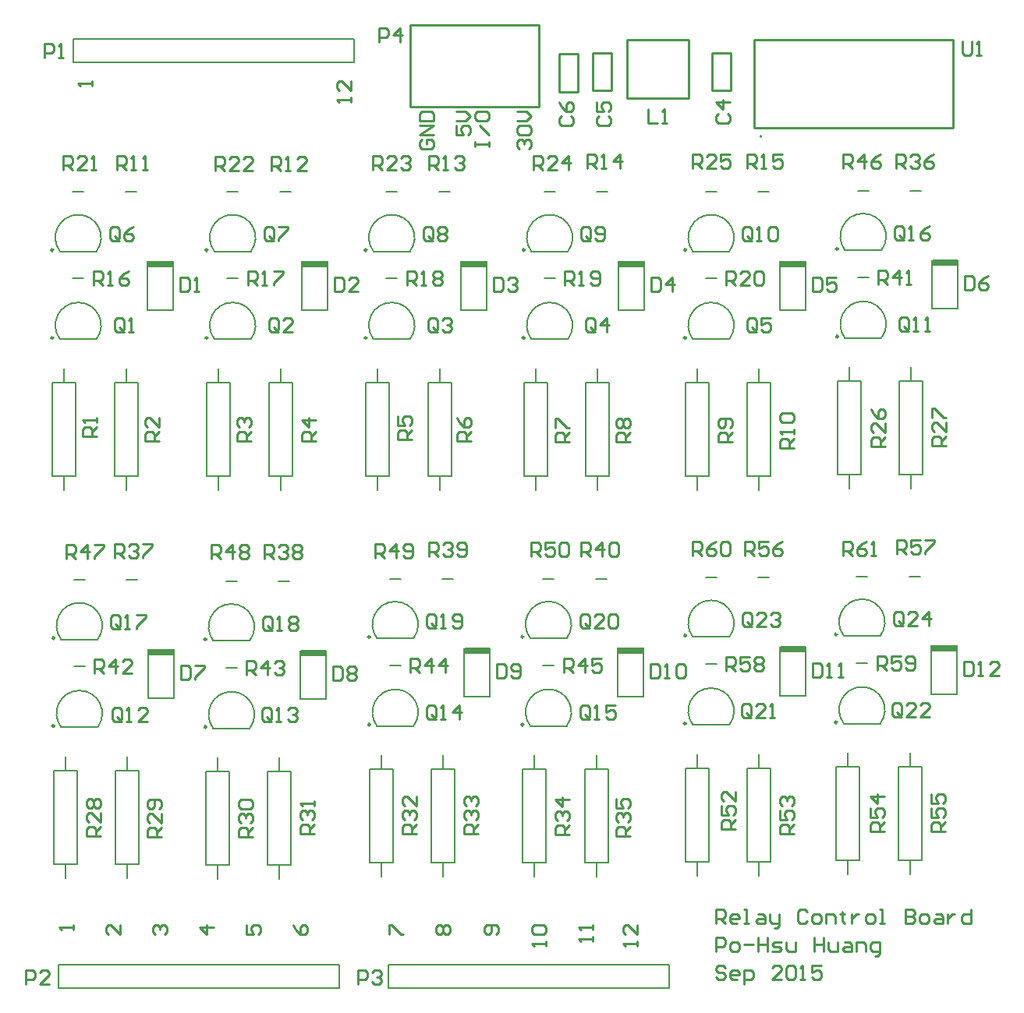
<source format=gto>
G04 Layer_Color=65535*
%FSLAX25Y25*%
%MOIN*%
G70*
G01*
G75*
%ADD13C,0.01000*%
%ADD28C,0.00787*%
%ADD29C,0.00984*%
%ADD30R,0.11024X0.03150*%
D13*
X197000Y-36500D02*
X252000D01*
X197000D02*
Y-1500D01*
X252000D01*
Y-36500D02*
Y-1500D01*
X344000Y-45500D02*
Y-8000D01*
X429000D01*
Y-45500D02*
Y-8000D01*
X344000Y-45500D02*
X429000D01*
X346500Y-49000D02*
X346600Y-49200D01*
X316000Y-33000D02*
Y-8000D01*
X289500Y-33000D02*
X316000D01*
X289500Y-8000D02*
X316000D01*
X289500Y-33000D02*
Y-8000D01*
X224502Y-53500D02*
Y-51501D01*
Y-52501D01*
X230500D01*
Y-53500D01*
Y-51501D01*
Y-48502D02*
X226501Y-44503D01*
X224502Y-39505D02*
Y-41504D01*
X225502Y-42504D01*
X229500D01*
X230500Y-41504D01*
Y-39505D01*
X229500Y-38505D01*
X225502D01*
X224502Y-39505D01*
X147002Y-386505D02*
X148002Y-388505D01*
X150001Y-390504D01*
X152000D01*
X153000Y-389504D01*
Y-387505D01*
X152000Y-386505D01*
X151001D01*
X150001Y-387505D01*
Y-390504D01*
X233500Y-390500D02*
X234500Y-389500D01*
Y-387501D01*
X233500Y-386501D01*
X229502D01*
X228502Y-387501D01*
Y-389500D01*
X229502Y-390500D01*
X230501D01*
X231501Y-389500D01*
Y-386501D01*
X255000Y-395500D02*
Y-393501D01*
Y-394500D01*
X249002D01*
X250002Y-395500D01*
Y-390502D02*
X249002Y-389502D01*
Y-387503D01*
X250002Y-386503D01*
X254000D01*
X255000Y-387503D01*
Y-389502D01*
X254000Y-390502D01*
X250002D01*
X327500Y-386007D02*
Y-380009D01*
X330499D01*
X331499Y-381009D01*
Y-383008D01*
X330499Y-384008D01*
X327500D01*
X329499D02*
X331499Y-386007D01*
X336497D02*
X334498D01*
X333498Y-385007D01*
Y-383008D01*
X334498Y-382008D01*
X336497D01*
X337497Y-383008D01*
Y-384008D01*
X333498D01*
X339496Y-386007D02*
X341495D01*
X340496D01*
Y-380009D01*
X339496D01*
X345494Y-382008D02*
X347494D01*
X348493Y-383008D01*
Y-386007D01*
X345494D01*
X344495Y-385007D01*
X345494Y-384008D01*
X348493D01*
X350493Y-382008D02*
Y-385007D01*
X351492Y-386007D01*
X354491D01*
Y-387007D01*
X353492Y-388006D01*
X352492D01*
X354491Y-386007D02*
Y-382008D01*
X366487Y-381009D02*
X365488Y-380009D01*
X363488D01*
X362489Y-381009D01*
Y-385007D01*
X363488Y-386007D01*
X365488D01*
X366487Y-385007D01*
X369486Y-386007D02*
X371486D01*
X372485Y-385007D01*
Y-383008D01*
X371486Y-382008D01*
X369486D01*
X368487Y-383008D01*
Y-385007D01*
X369486Y-386007D01*
X374485D02*
Y-382008D01*
X377484D01*
X378484Y-383008D01*
Y-386007D01*
X381483Y-381009D02*
Y-382008D01*
X380483D01*
X382482D01*
X381483D01*
Y-385007D01*
X382482Y-386007D01*
X385481Y-382008D02*
Y-386007D01*
Y-384008D01*
X386481Y-383008D01*
X387481Y-382008D01*
X388480D01*
X392479Y-386007D02*
X394478D01*
X395478Y-385007D01*
Y-383008D01*
X394478Y-382008D01*
X392479D01*
X391479Y-383008D01*
Y-385007D01*
X392479Y-386007D01*
X397477D02*
X399477D01*
X398477D01*
Y-380009D01*
X397477D01*
X408474D02*
Y-386007D01*
X411473D01*
X412472Y-385007D01*
Y-384008D01*
X411473Y-383008D01*
X408474D01*
X411473D01*
X412472Y-382008D01*
Y-381009D01*
X411473Y-380009D01*
X408474D01*
X415472Y-386007D02*
X417471D01*
X418471Y-385007D01*
Y-383008D01*
X417471Y-382008D01*
X415472D01*
X414472Y-383008D01*
Y-385007D01*
X415472Y-386007D01*
X421470Y-382008D02*
X423469D01*
X424469Y-383008D01*
Y-386007D01*
X421470D01*
X420470Y-385007D01*
X421470Y-384008D01*
X424469D01*
X426468Y-382008D02*
Y-386007D01*
Y-384008D01*
X427468Y-383008D01*
X428467Y-382008D01*
X429467D01*
X436465Y-380009D02*
Y-386007D01*
X433466D01*
X432466Y-385007D01*
Y-383008D01*
X433466Y-382008D01*
X436465D01*
X327500Y-398004D02*
Y-392006D01*
X330499D01*
X331499Y-393005D01*
Y-395005D01*
X330499Y-396004D01*
X327500D01*
X334498Y-398004D02*
X336497D01*
X337497Y-397004D01*
Y-395005D01*
X336497Y-394005D01*
X334498D01*
X333498Y-395005D01*
Y-397004D01*
X334498Y-398004D01*
X339496Y-395005D02*
X343495D01*
X345494Y-392006D02*
Y-398004D01*
Y-395005D01*
X349493D01*
Y-392006D01*
Y-398004D01*
X351492D02*
X354491D01*
X355491Y-397004D01*
X354491Y-396004D01*
X352492D01*
X351492Y-395005D01*
X352492Y-394005D01*
X355491D01*
X357490D02*
Y-397004D01*
X358490Y-398004D01*
X361489D01*
Y-394005D01*
X369486Y-392006D02*
Y-398004D01*
Y-395005D01*
X373485D01*
Y-392006D01*
Y-398004D01*
X375484Y-394005D02*
Y-397004D01*
X376484Y-398004D01*
X379483D01*
Y-394005D01*
X382482D02*
X384482D01*
X385481Y-395005D01*
Y-398004D01*
X382482D01*
X381483Y-397004D01*
X382482Y-396004D01*
X385481D01*
X387481Y-398004D02*
Y-394005D01*
X390480D01*
X391479Y-395005D01*
Y-398004D01*
X395478Y-400003D02*
X396478D01*
X397477Y-399003D01*
Y-394005D01*
X394478D01*
X393479Y-395005D01*
Y-397004D01*
X394478Y-398004D01*
X397477D01*
X331499Y-405002D02*
X330499Y-404003D01*
X328500D01*
X327500Y-405002D01*
Y-406002D01*
X328500Y-407002D01*
X330499D01*
X331499Y-408001D01*
Y-409001D01*
X330499Y-410001D01*
X328500D01*
X327500Y-409001D01*
X336497Y-410001D02*
X334498D01*
X333498Y-409001D01*
Y-407002D01*
X334498Y-406002D01*
X336497D01*
X337497Y-407002D01*
Y-408001D01*
X333498D01*
X339496Y-412000D02*
Y-406002D01*
X342495D01*
X343495Y-407002D01*
Y-409001D01*
X342495Y-410001D01*
X339496D01*
X355491D02*
X351492D01*
X355491Y-406002D01*
Y-405002D01*
X354491Y-404003D01*
X352492D01*
X351492Y-405002D01*
X357490D02*
X358490Y-404003D01*
X360489D01*
X361489Y-405002D01*
Y-409001D01*
X360489Y-410001D01*
X358490D01*
X357490Y-409001D01*
Y-405002D01*
X363488Y-410001D02*
X365488D01*
X364488D01*
Y-404003D01*
X363488Y-405002D01*
X372485Y-404003D02*
X368487D01*
Y-407002D01*
X370486Y-406002D01*
X371486D01*
X372485Y-407002D01*
Y-409001D01*
X371486Y-410001D01*
X369486D01*
X368487Y-409001D01*
X183500Y-9000D02*
Y-3002D01*
X186499D01*
X187499Y-4002D01*
Y-6001D01*
X186499Y-7001D01*
X183500D01*
X192497Y-9000D02*
Y-3002D01*
X189498Y-6001D01*
X193497D01*
X433000Y-8502D02*
Y-13500D01*
X434000Y-14500D01*
X435999D01*
X436999Y-13500D01*
Y-8502D01*
X438998Y-14500D02*
X440997D01*
X439998D01*
Y-8502D01*
X438998Y-9502D01*
X298500Y-37502D02*
Y-43500D01*
X302499D01*
X304498D02*
X306497D01*
X305498D01*
Y-37502D01*
X304498Y-38502D01*
X261502Y-40501D02*
X260502Y-41501D01*
Y-43500D01*
X261502Y-44500D01*
X265500D01*
X266500Y-43500D01*
Y-41501D01*
X265500Y-40501D01*
X260502Y-34503D02*
X261502Y-36503D01*
X263501Y-38502D01*
X265500D01*
X266500Y-37502D01*
Y-35503D01*
X265500Y-34503D01*
X264501D01*
X263501Y-35503D01*
Y-38502D01*
X277502Y-40501D02*
X276502Y-41501D01*
Y-43500D01*
X277502Y-44500D01*
X281500D01*
X282500Y-43500D01*
Y-41501D01*
X281500Y-40501D01*
X276502Y-34503D02*
Y-38502D01*
X279501D01*
X278501Y-36503D01*
Y-35503D01*
X279501Y-34503D01*
X281500D01*
X282500Y-35503D01*
Y-37502D01*
X281500Y-38502D01*
X328502Y-39501D02*
X327502Y-40501D01*
Y-42500D01*
X328502Y-43500D01*
X332500D01*
X333500Y-42500D01*
Y-40501D01*
X332500Y-39501D01*
X333500Y-34503D02*
X327502D01*
X330501Y-37502D01*
Y-33503D01*
X341000Y-63000D02*
Y-57002D01*
X343999D01*
X344999Y-58002D01*
Y-60001D01*
X343999Y-61001D01*
X341000D01*
X342999D02*
X344999Y-63000D01*
X346998D02*
X348997D01*
X347998D01*
Y-57002D01*
X346998Y-58002D01*
X355995Y-57002D02*
X351996D01*
Y-60001D01*
X353996Y-59001D01*
X354995D01*
X355995Y-60001D01*
Y-62000D01*
X354995Y-63000D01*
X352996D01*
X351996Y-62000D01*
X317500Y-63000D02*
Y-57002D01*
X320499D01*
X321499Y-58002D01*
Y-60001D01*
X320499Y-61001D01*
X317500D01*
X319499D02*
X321499Y-63000D01*
X327497D02*
X323498D01*
X327497Y-59001D01*
Y-58002D01*
X326497Y-57002D01*
X324498D01*
X323498Y-58002D01*
X333495Y-57002D02*
X329496D01*
Y-60001D01*
X331495Y-59001D01*
X332495D01*
X333495Y-60001D01*
Y-62000D01*
X332495Y-63000D01*
X330496D01*
X329496Y-62000D01*
X332000Y-113000D02*
Y-107002D01*
X334999D01*
X335999Y-108002D01*
Y-110001D01*
X334999Y-111001D01*
X332000D01*
X333999D02*
X335999Y-113000D01*
X341997D02*
X337998D01*
X341997Y-109001D01*
Y-108002D01*
X340997Y-107002D01*
X338998D01*
X337998Y-108002D01*
X343996D02*
X344996Y-107002D01*
X346995D01*
X347995Y-108002D01*
Y-112000D01*
X346995Y-113000D01*
X344996D01*
X343996Y-112000D01*
Y-108002D01*
X369000Y-109502D02*
Y-115500D01*
X371999D01*
X372999Y-114500D01*
Y-110502D01*
X371999Y-109502D01*
X369000D01*
X378997D02*
X374998D01*
Y-112501D01*
X376997Y-111501D01*
X377997D01*
X378997Y-112501D01*
Y-114500D01*
X377997Y-115500D01*
X375998D01*
X374998Y-114500D01*
X361000Y-182500D02*
X355002D01*
Y-179501D01*
X356002Y-178501D01*
X358001D01*
X359001Y-179501D01*
Y-182500D01*
Y-180501D02*
X361000Y-178501D01*
Y-176502D02*
Y-174503D01*
Y-175502D01*
X355002D01*
X356002Y-176502D01*
Y-171504D02*
X355002Y-170504D01*
Y-168505D01*
X356002Y-167505D01*
X360000D01*
X361000Y-168505D01*
Y-170504D01*
X360000Y-171504D01*
X356002D01*
X334500Y-180000D02*
X328502D01*
Y-177001D01*
X329502Y-176001D01*
X331501D01*
X332501Y-177001D01*
Y-180000D01*
Y-178001D02*
X334500Y-176001D01*
X333500Y-174002D02*
X334500Y-173002D01*
Y-171003D01*
X333500Y-170003D01*
X329502D01*
X328502Y-171003D01*
Y-173002D01*
X329502Y-174002D01*
X330501D01*
X331501Y-173002D01*
Y-170003D01*
X342999Y-93000D02*
Y-89002D01*
X341999Y-88002D01*
X340000D01*
X339000Y-89002D01*
Y-93000D01*
X340000Y-94000D01*
X341999D01*
X340999Y-92001D02*
X342999Y-94000D01*
X341999D02*
X342999Y-93000D01*
X344998Y-94000D02*
X346997D01*
X345998D01*
Y-88002D01*
X344998Y-89002D01*
X349996D02*
X350996Y-88002D01*
X352995D01*
X353995Y-89002D01*
Y-93000D01*
X352995Y-94000D01*
X350996D01*
X349996Y-93000D01*
Y-89002D01*
X344999Y-132044D02*
Y-128045D01*
X343999Y-127045D01*
X342000D01*
X341000Y-128045D01*
Y-132044D01*
X342000Y-133043D01*
X343999D01*
X342999Y-131044D02*
X344999Y-133043D01*
X343999D02*
X344999Y-132044D01*
X350997Y-127045D02*
X346998D01*
Y-130044D01*
X348997Y-129045D01*
X349997D01*
X350997Y-130044D01*
Y-132044D01*
X349997Y-133043D01*
X347998D01*
X346998Y-132044D01*
X205000Y-63500D02*
Y-57502D01*
X207999D01*
X208999Y-58502D01*
Y-60501D01*
X207999Y-61501D01*
X205000D01*
X206999D02*
X208999Y-63500D01*
X210998D02*
X212997D01*
X211998D01*
Y-57502D01*
X210998Y-58502D01*
X215996D02*
X216996Y-57502D01*
X218995D01*
X219995Y-58502D01*
Y-59501D01*
X218995Y-60501D01*
X217996D01*
X218995D01*
X219995Y-61501D01*
Y-62500D01*
X218995Y-63500D01*
X216996D01*
X215996Y-62500D01*
X181000Y-63500D02*
Y-57502D01*
X183999D01*
X184999Y-58502D01*
Y-60501D01*
X183999Y-61501D01*
X181000D01*
X182999D02*
X184999Y-63500D01*
X190997D02*
X186998D01*
X190997Y-59501D01*
Y-58502D01*
X189997Y-57502D01*
X187998D01*
X186998Y-58502D01*
X192996D02*
X193996Y-57502D01*
X195995D01*
X196995Y-58502D01*
Y-59501D01*
X195995Y-60501D01*
X194995D01*
X195995D01*
X196995Y-61501D01*
Y-62500D01*
X195995Y-63500D01*
X193996D01*
X192996Y-62500D01*
X195500Y-113000D02*
Y-107002D01*
X198499D01*
X199499Y-108002D01*
Y-110001D01*
X198499Y-111001D01*
X195500D01*
X197499D02*
X199499Y-113000D01*
X201498D02*
X203497D01*
X202498D01*
Y-107002D01*
X201498Y-108002D01*
X206496D02*
X207496Y-107002D01*
X209495D01*
X210495Y-108002D01*
Y-109001D01*
X209495Y-110001D01*
X210495Y-111001D01*
Y-112000D01*
X209495Y-113000D01*
X207496D01*
X206496Y-112000D01*
Y-111001D01*
X207496Y-110001D01*
X206496Y-109001D01*
Y-108002D01*
X207496Y-110001D02*
X209495D01*
X232500Y-109502D02*
Y-115500D01*
X235499D01*
X236499Y-114500D01*
Y-110502D01*
X235499Y-109502D01*
X232500D01*
X238498Y-110502D02*
X239498Y-109502D01*
X241497D01*
X242497Y-110502D01*
Y-111501D01*
X241497Y-112501D01*
X240497D01*
X241497D01*
X242497Y-113501D01*
Y-114500D01*
X241497Y-115500D01*
X239498D01*
X238498Y-114500D01*
X223000Y-179500D02*
X217002D01*
Y-176501D01*
X218002Y-175501D01*
X220001D01*
X221001Y-176501D01*
Y-179500D01*
Y-177501D02*
X223000Y-175501D01*
X217002Y-169503D02*
X218002Y-171503D01*
X220001Y-173502D01*
X222000D01*
X223000Y-172502D01*
Y-170503D01*
X222000Y-169503D01*
X221001D01*
X220001Y-170503D01*
Y-173502D01*
X197500Y-179000D02*
X191502D01*
Y-176001D01*
X192502Y-175001D01*
X194501D01*
X195501Y-176001D01*
Y-179000D01*
Y-177001D02*
X197500Y-175001D01*
X191502Y-169003D02*
Y-173002D01*
X194501D01*
X193501Y-171003D01*
Y-170003D01*
X194501Y-169003D01*
X196500D01*
X197500Y-170003D01*
Y-172002D01*
X196500Y-173002D01*
X206499Y-93000D02*
Y-89002D01*
X205499Y-88002D01*
X203500D01*
X202500Y-89002D01*
Y-93000D01*
X203500Y-94000D01*
X205499D01*
X204499Y-92001D02*
X206499Y-94000D01*
X205499D02*
X206499Y-93000D01*
X208498Y-89002D02*
X209498Y-88002D01*
X211497D01*
X212497Y-89002D01*
Y-90001D01*
X211497Y-91001D01*
X212497Y-92001D01*
Y-93000D01*
X211497Y-94000D01*
X209498D01*
X208498Y-93000D01*
Y-92001D01*
X209498Y-91001D01*
X208498Y-90001D01*
Y-89002D01*
X209498Y-91001D02*
X211497D01*
X208499Y-132044D02*
Y-128045D01*
X207499Y-127045D01*
X205500D01*
X204500Y-128045D01*
Y-132044D01*
X205500Y-133043D01*
X207499D01*
X206499Y-131044D02*
X208499Y-133043D01*
X207499D02*
X208499Y-132044D01*
X210498Y-128045D02*
X211498Y-127045D01*
X213497D01*
X214497Y-128045D01*
Y-129045D01*
X213497Y-130044D01*
X212497D01*
X213497D01*
X214497Y-131044D01*
Y-132044D01*
X213497Y-133043D01*
X211498D01*
X210498Y-132044D01*
X272500Y-63000D02*
Y-57002D01*
X275499D01*
X276499Y-58002D01*
Y-60001D01*
X275499Y-61001D01*
X272500D01*
X274499D02*
X276499Y-63000D01*
X278498D02*
X280497D01*
X279498D01*
Y-57002D01*
X278498Y-58002D01*
X286495Y-63000D02*
Y-57002D01*
X283496Y-60001D01*
X287495D01*
X249500Y-63500D02*
Y-57502D01*
X252499D01*
X253499Y-58502D01*
Y-60501D01*
X252499Y-61501D01*
X249500D01*
X251499D02*
X253499Y-63500D01*
X259497D02*
X255498D01*
X259497Y-59501D01*
Y-58502D01*
X258497Y-57502D01*
X256498D01*
X255498Y-58502D01*
X264495Y-63500D02*
Y-57502D01*
X261496Y-60501D01*
X265495D01*
X263000Y-113000D02*
Y-107002D01*
X265999D01*
X266999Y-108002D01*
Y-110001D01*
X265999Y-111001D01*
X263000D01*
X264999D02*
X266999Y-113000D01*
X268998D02*
X270997D01*
X269998D01*
Y-107002D01*
X268998Y-108002D01*
X273996Y-112000D02*
X274996Y-113000D01*
X276995D01*
X277995Y-112000D01*
Y-108002D01*
X276995Y-107002D01*
X274996D01*
X273996Y-108002D01*
Y-109001D01*
X274996Y-110001D01*
X277995D01*
X300000Y-109502D02*
Y-115500D01*
X302999D01*
X303999Y-114500D01*
Y-110502D01*
X302999Y-109502D01*
X300000D01*
X308997Y-115500D02*
Y-109502D01*
X305998Y-112501D01*
X309997D01*
X291000Y-180000D02*
X285002D01*
Y-177001D01*
X286002Y-176001D01*
X288001D01*
X289001Y-177001D01*
Y-180000D01*
Y-178001D02*
X291000Y-176001D01*
X286002Y-174002D02*
X285002Y-173002D01*
Y-171003D01*
X286002Y-170003D01*
X287001D01*
X288001Y-171003D01*
X289001Y-170003D01*
X290000D01*
X291000Y-171003D01*
Y-173002D01*
X290000Y-174002D01*
X289001D01*
X288001Y-173002D01*
X287001Y-174002D01*
X286002D01*
X288001Y-173002D02*
Y-171003D01*
X265000Y-180000D02*
X259002D01*
Y-177001D01*
X260002Y-176001D01*
X262001D01*
X263001Y-177001D01*
Y-180000D01*
Y-178001D02*
X265000Y-176001D01*
X259002Y-174002D02*
Y-170003D01*
X260002D01*
X264000Y-174002D01*
X265000D01*
X273999Y-93000D02*
Y-89002D01*
X272999Y-88002D01*
X271000D01*
X270000Y-89002D01*
Y-93000D01*
X271000Y-94000D01*
X272999D01*
X271999Y-92001D02*
X273999Y-94000D01*
X272999D02*
X273999Y-93000D01*
X275998D02*
X276998Y-94000D01*
X278997D01*
X279997Y-93000D01*
Y-89002D01*
X278997Y-88002D01*
X276998D01*
X275998Y-89002D01*
Y-90001D01*
X276998Y-91001D01*
X279997D01*
X275999Y-132044D02*
Y-128045D01*
X274999Y-127045D01*
X273000D01*
X272000Y-128045D01*
Y-132044D01*
X273000Y-133043D01*
X274999D01*
X273999Y-131044D02*
X275999Y-133043D01*
X274999D02*
X275999Y-132044D01*
X280997Y-133043D02*
Y-127045D01*
X277998Y-130044D01*
X281997D01*
X137500Y-64000D02*
Y-58002D01*
X140499D01*
X141499Y-59002D01*
Y-61001D01*
X140499Y-62001D01*
X137500D01*
X139499D02*
X141499Y-64000D01*
X143498D02*
X145497D01*
X144498D01*
Y-58002D01*
X143498Y-59002D01*
X152495Y-64000D02*
X148496D01*
X152495Y-60001D01*
Y-59002D01*
X151496Y-58002D01*
X149496D01*
X148496Y-59002D01*
X113500Y-64000D02*
Y-58002D01*
X116499D01*
X117499Y-59002D01*
Y-61001D01*
X116499Y-62001D01*
X113500D01*
X115499D02*
X117499Y-64000D01*
X123497D02*
X119498D01*
X123497Y-60001D01*
Y-59002D01*
X122497Y-58002D01*
X120498D01*
X119498Y-59002D01*
X129495Y-64000D02*
X125496D01*
X129495Y-60001D01*
Y-59002D01*
X128495Y-58002D01*
X126496D01*
X125496Y-59002D01*
X127500Y-113000D02*
Y-107002D01*
X130499D01*
X131499Y-108002D01*
Y-110001D01*
X130499Y-111001D01*
X127500D01*
X129499D02*
X131499Y-113000D01*
X133498D02*
X135497D01*
X134498D01*
Y-107002D01*
X133498Y-108002D01*
X138496Y-107002D02*
X142495D01*
Y-108002D01*
X138496Y-112000D01*
Y-113000D01*
X164500Y-109502D02*
Y-115500D01*
X167499D01*
X168499Y-114500D01*
Y-110502D01*
X167499Y-109502D01*
X164500D01*
X174497Y-115500D02*
X170498D01*
X174497Y-111501D01*
Y-110502D01*
X173497Y-109502D01*
X171498D01*
X170498Y-110502D01*
X156500Y-179500D02*
X150502D01*
Y-176501D01*
X151502Y-175501D01*
X153501D01*
X154501Y-176501D01*
Y-179500D01*
Y-177501D02*
X156500Y-175501D01*
Y-170503D02*
X150502D01*
X153501Y-173502D01*
Y-169503D01*
X129000Y-179500D02*
X123002D01*
Y-176501D01*
X124002Y-175501D01*
X126001D01*
X127001Y-176501D01*
Y-179500D01*
Y-177501D02*
X129000Y-175501D01*
X124002Y-173502D02*
X123002Y-172502D01*
Y-170503D01*
X124002Y-169503D01*
X125001D01*
X126001Y-170503D01*
Y-171503D01*
Y-170503D01*
X127001Y-169503D01*
X128000D01*
X129000Y-170503D01*
Y-172502D01*
X128000Y-173502D01*
X138499Y-93000D02*
Y-89002D01*
X137499Y-88002D01*
X135500D01*
X134500Y-89002D01*
Y-93000D01*
X135500Y-94000D01*
X137499D01*
X136499Y-92001D02*
X138499Y-94000D01*
X137499D02*
X138499Y-93000D01*
X140498Y-88002D02*
X144497D01*
Y-89002D01*
X140498Y-93000D01*
Y-94000D01*
X140499Y-132044D02*
Y-128045D01*
X139499Y-127045D01*
X137500D01*
X136500Y-128045D01*
Y-132044D01*
X137500Y-133043D01*
X139499D01*
X138499Y-131044D02*
X140499Y-133043D01*
X139499D02*
X140499Y-132044D01*
X146497Y-133043D02*
X142498D01*
X146497Y-129045D01*
Y-128045D01*
X145497Y-127045D01*
X143498D01*
X142498Y-128045D01*
X71500Y-63500D02*
Y-57502D01*
X74499D01*
X75499Y-58502D01*
Y-60501D01*
X74499Y-61501D01*
X71500D01*
X73499D02*
X75499Y-63500D01*
X77498D02*
X79497D01*
X78498D01*
Y-57502D01*
X77498Y-58502D01*
X82496Y-63500D02*
X84496D01*
X83496D01*
Y-57502D01*
X82496Y-58502D01*
X48500Y-63500D02*
Y-57502D01*
X51499D01*
X52499Y-58502D01*
Y-60501D01*
X51499Y-61501D01*
X48500D01*
X50499D02*
X52499Y-63500D01*
X58497D02*
X54498D01*
X58497Y-59501D01*
Y-58502D01*
X57497Y-57502D01*
X55498D01*
X54498Y-58502D01*
X60496Y-63500D02*
X62495D01*
X61496D01*
Y-57502D01*
X60496Y-58502D01*
X61500Y-113000D02*
Y-107002D01*
X64499D01*
X65499Y-108002D01*
Y-110001D01*
X64499Y-111001D01*
X61500D01*
X63499D02*
X65499Y-113000D01*
X67498D02*
X69497D01*
X68498D01*
Y-107002D01*
X67498Y-108002D01*
X76495Y-107002D02*
X74496Y-108002D01*
X72496Y-110001D01*
Y-112000D01*
X73496Y-113000D01*
X75495D01*
X76495Y-112000D01*
Y-111001D01*
X75495Y-110001D01*
X72496D01*
X98500Y-109502D02*
Y-115500D01*
X101499D01*
X102499Y-114500D01*
Y-110502D01*
X101499Y-109502D01*
X98500D01*
X104498Y-115500D02*
X106497D01*
X105498D01*
Y-109502D01*
X104498Y-110502D01*
X89500Y-179500D02*
X83502D01*
Y-176501D01*
X84502Y-175501D01*
X86501D01*
X87501Y-176501D01*
Y-179500D01*
Y-177501D02*
X89500Y-175501D01*
Y-169503D02*
Y-173502D01*
X85501Y-169503D01*
X84502D01*
X83502Y-170503D01*
Y-172502D01*
X84502Y-173502D01*
X63000Y-177500D02*
X57002D01*
Y-174501D01*
X58002Y-173501D01*
X60001D01*
X61001Y-174501D01*
Y-177500D01*
Y-175501D02*
X63000Y-173501D01*
Y-171502D02*
Y-169503D01*
Y-170502D01*
X57002D01*
X58002Y-171502D01*
X72499Y-93000D02*
Y-89002D01*
X71499Y-88002D01*
X69500D01*
X68500Y-89002D01*
Y-93000D01*
X69500Y-94000D01*
X71499D01*
X70499Y-92001D02*
X72499Y-94000D01*
X71499D02*
X72499Y-93000D01*
X78497Y-88002D02*
X76497Y-89002D01*
X74498Y-91001D01*
Y-93000D01*
X75498Y-94000D01*
X77497D01*
X78497Y-93000D01*
Y-92001D01*
X77497Y-91001D01*
X74498D01*
X74499Y-132044D02*
Y-128045D01*
X73499Y-127045D01*
X71500D01*
X70500Y-128045D01*
Y-132044D01*
X71500Y-133043D01*
X73499D01*
X72499Y-131044D02*
X74499Y-133043D01*
X73499D02*
X74499Y-132044D01*
X76498Y-133043D02*
X78497D01*
X77498D01*
Y-127045D01*
X76498Y-128045D01*
X73499Y-298500D02*
Y-294502D01*
X72499Y-293502D01*
X70500D01*
X69500Y-294502D01*
Y-298500D01*
X70500Y-299500D01*
X72499D01*
X71499Y-297501D02*
X73499Y-299500D01*
X72499D02*
X73499Y-298500D01*
X75498Y-299500D02*
X77497D01*
X76498D01*
Y-293502D01*
X75498Y-294502D01*
X84495Y-299500D02*
X80496D01*
X84495Y-295501D01*
Y-294502D01*
X83495Y-293502D01*
X81496D01*
X80496Y-294502D01*
X72999Y-259000D02*
Y-255002D01*
X71999Y-254002D01*
X70000D01*
X69000Y-255002D01*
Y-259000D01*
X70000Y-260000D01*
X71999D01*
X70999Y-258001D02*
X72999Y-260000D01*
X71999D02*
X72999Y-259000D01*
X74998Y-260000D02*
X76997D01*
X75998D01*
Y-254002D01*
X74998Y-255002D01*
X79996Y-254002D02*
X83995D01*
Y-255002D01*
X79996Y-259000D01*
Y-260000D01*
X64500Y-348500D02*
X58502D01*
Y-345501D01*
X59502Y-344501D01*
X61501D01*
X62501Y-345501D01*
Y-348500D01*
Y-346501D02*
X64500Y-344501D01*
Y-338503D02*
Y-342502D01*
X60501Y-338503D01*
X59502D01*
X58502Y-339503D01*
Y-341502D01*
X59502Y-342502D01*
Y-336504D02*
X58502Y-335504D01*
Y-333505D01*
X59502Y-332505D01*
X60501D01*
X61501Y-333505D01*
X62501Y-332505D01*
X63500D01*
X64500Y-333505D01*
Y-335504D01*
X63500Y-336504D01*
X62501D01*
X61501Y-335504D01*
X60501Y-336504D01*
X59502D01*
X61501Y-335504D02*
Y-333505D01*
X90500Y-349000D02*
X84502D01*
Y-346001D01*
X85502Y-345001D01*
X87501D01*
X88501Y-346001D01*
Y-349000D01*
Y-347001D02*
X90500Y-345001D01*
Y-339003D02*
Y-343002D01*
X86501Y-339003D01*
X85502D01*
X84502Y-340003D01*
Y-342002D01*
X85502Y-343002D01*
X89500Y-337004D02*
X90500Y-336004D01*
Y-334005D01*
X89500Y-333005D01*
X85502D01*
X84502Y-334005D01*
Y-336004D01*
X85502Y-337004D01*
X86501D01*
X87501Y-336004D01*
Y-333005D01*
X99000Y-275502D02*
Y-281500D01*
X101999D01*
X102999Y-280500D01*
Y-276502D01*
X101999Y-275502D01*
X99000D01*
X104998D02*
X108997D01*
Y-276502D01*
X104998Y-280500D01*
Y-281500D01*
X62000Y-279000D02*
Y-273002D01*
X64999D01*
X65999Y-274002D01*
Y-276001D01*
X64999Y-277001D01*
X62000D01*
X63999D02*
X65999Y-279000D01*
X70997D02*
Y-273002D01*
X67998Y-276001D01*
X71997D01*
X77995Y-279000D02*
X73996D01*
X77995Y-275001D01*
Y-274002D01*
X76995Y-273002D01*
X74996D01*
X73996Y-274002D01*
X50043Y-230000D02*
Y-224002D01*
X53042D01*
X54042Y-225002D01*
Y-227001D01*
X53042Y-228001D01*
X50043D01*
X52043D02*
X54042Y-230000D01*
X59040D02*
Y-224002D01*
X56041Y-227001D01*
X60040D01*
X62039Y-224002D02*
X66038D01*
Y-225002D01*
X62039Y-229000D01*
Y-230000D01*
X70500Y-229500D02*
Y-223502D01*
X73499D01*
X74499Y-224502D01*
Y-226501D01*
X73499Y-227501D01*
X70500D01*
X72499D02*
X74499Y-229500D01*
X76498Y-224502D02*
X77498Y-223502D01*
X79497D01*
X80497Y-224502D01*
Y-225501D01*
X79497Y-226501D01*
X78497D01*
X79497D01*
X80497Y-227501D01*
Y-228500D01*
X79497Y-229500D01*
X77498D01*
X76498Y-228500D01*
X82496Y-223502D02*
X86495D01*
Y-224502D01*
X82496Y-228500D01*
Y-229500D01*
X409999Y-131544D02*
Y-127545D01*
X408999Y-126545D01*
X407000D01*
X406000Y-127545D01*
Y-131544D01*
X407000Y-132543D01*
X408999D01*
X407999Y-130544D02*
X409999Y-132543D01*
X408999D02*
X409999Y-131544D01*
X411998Y-132543D02*
X413997D01*
X412998D01*
Y-126545D01*
X411998Y-127545D01*
X416996Y-132543D02*
X418996D01*
X417996D01*
Y-126545D01*
X416996Y-127545D01*
X407999Y-92500D02*
Y-88502D01*
X406999Y-87502D01*
X405000D01*
X404000Y-88502D01*
Y-92500D01*
X405000Y-93500D01*
X406999D01*
X405999Y-91501D02*
X407999Y-93500D01*
X406999D02*
X407999Y-92500D01*
X409998Y-93500D02*
X411997D01*
X410998D01*
Y-87502D01*
X409998Y-88502D01*
X418995Y-87502D02*
X416996Y-88502D01*
X414996Y-90501D01*
Y-92500D01*
X415996Y-93500D01*
X417996D01*
X418995Y-92500D01*
Y-91501D01*
X417996Y-90501D01*
X414996D01*
X400000Y-182000D02*
X394002D01*
Y-179001D01*
X395002Y-178001D01*
X397001D01*
X398001Y-179001D01*
Y-182000D01*
Y-180001D02*
X400000Y-178001D01*
Y-172003D02*
Y-176002D01*
X396001Y-172003D01*
X395002D01*
X394002Y-173003D01*
Y-175002D01*
X395002Y-176002D01*
X394002Y-166005D02*
X395002Y-168005D01*
X397001Y-170004D01*
X399000D01*
X400000Y-169004D01*
Y-167005D01*
X399000Y-166005D01*
X398001D01*
X397001Y-167005D01*
Y-170004D01*
X426000Y-181500D02*
X420002D01*
Y-178501D01*
X421002Y-177501D01*
X423001D01*
X424001Y-178501D01*
Y-181500D01*
Y-179501D02*
X426000Y-177501D01*
Y-171503D02*
Y-175502D01*
X422001Y-171503D01*
X421002D01*
X420002Y-172503D01*
Y-174502D01*
X421002Y-175502D01*
X420002Y-169504D02*
Y-165505D01*
X421002D01*
X425000Y-169504D01*
X426000D01*
X434000Y-109002D02*
Y-115000D01*
X436999D01*
X437999Y-114000D01*
Y-110002D01*
X436999Y-109002D01*
X434000D01*
X443997D02*
X441997Y-110002D01*
X439998Y-112001D01*
Y-114000D01*
X440998Y-115000D01*
X442997D01*
X443997Y-114000D01*
Y-113001D01*
X442997Y-112001D01*
X439998D01*
X397000Y-112500D02*
Y-106502D01*
X399999D01*
X400999Y-107502D01*
Y-109501D01*
X399999Y-110501D01*
X397000D01*
X398999D02*
X400999Y-112500D01*
X405997D02*
Y-106502D01*
X402998Y-109501D01*
X406997D01*
X408996Y-112500D02*
X410995D01*
X409996D01*
Y-106502D01*
X408996Y-107502D01*
X382000Y-63000D02*
Y-57002D01*
X384999D01*
X385999Y-58002D01*
Y-60001D01*
X384999Y-61001D01*
X382000D01*
X383999D02*
X385999Y-63000D01*
X390997D02*
Y-57002D01*
X387998Y-60001D01*
X391997D01*
X397995Y-57002D02*
X395995Y-58002D01*
X393996Y-60001D01*
Y-62000D01*
X394996Y-63000D01*
X396995D01*
X397995Y-62000D01*
Y-61001D01*
X396995Y-60001D01*
X393996D01*
X404500Y-63000D02*
Y-57002D01*
X407499D01*
X408499Y-58002D01*
Y-60001D01*
X407499Y-61001D01*
X404500D01*
X406499D02*
X408499Y-63000D01*
X410498Y-58002D02*
X411498Y-57002D01*
X413497D01*
X414497Y-58002D01*
Y-59001D01*
X413497Y-60001D01*
X412497D01*
X413497D01*
X414497Y-61001D01*
Y-62000D01*
X413497Y-63000D01*
X411498D01*
X410498Y-62000D01*
X420495Y-57002D02*
X418496Y-58002D01*
X416496Y-60001D01*
Y-62000D01*
X417496Y-63000D01*
X419495D01*
X420495Y-62000D01*
Y-61001D01*
X419495Y-60001D01*
X416496D01*
X207999Y-297500D02*
Y-293502D01*
X206999Y-292502D01*
X205000D01*
X204000Y-293502D01*
Y-297500D01*
X205000Y-298500D01*
X206999D01*
X205999Y-296501D02*
X207999Y-298500D01*
X206999D02*
X207999Y-297500D01*
X209998Y-298500D02*
X211997D01*
X210998D01*
Y-292502D01*
X209998Y-293502D01*
X217996Y-298500D02*
Y-292502D01*
X214996Y-295501D01*
X218995D01*
X207999Y-258500D02*
Y-254502D01*
X206999Y-253502D01*
X205000D01*
X204000Y-254502D01*
Y-258500D01*
X205000Y-259500D01*
X206999D01*
X205999Y-257501D02*
X207999Y-259500D01*
X206999D02*
X207999Y-258500D01*
X209998Y-259500D02*
X211997D01*
X210998D01*
Y-253502D01*
X209998Y-254502D01*
X214996Y-258500D02*
X215996Y-259500D01*
X217996D01*
X218995Y-258500D01*
Y-254502D01*
X217996Y-253502D01*
X215996D01*
X214996Y-254502D01*
Y-255501D01*
X215996Y-256501D01*
X218995D01*
X199500Y-347500D02*
X193502D01*
Y-344501D01*
X194502Y-343501D01*
X196501D01*
X197501Y-344501D01*
Y-347500D01*
Y-345501D02*
X199500Y-343501D01*
X194502Y-341502D02*
X193502Y-340502D01*
Y-338503D01*
X194502Y-337503D01*
X195501D01*
X196501Y-338503D01*
Y-339503D01*
Y-338503D01*
X197501Y-337503D01*
X198500D01*
X199500Y-338503D01*
Y-340502D01*
X198500Y-341502D01*
X199500Y-331505D02*
Y-335504D01*
X195501Y-331505D01*
X194502D01*
X193502Y-332505D01*
Y-334504D01*
X194502Y-335504D01*
X226000Y-347500D02*
X220002D01*
Y-344501D01*
X221002Y-343501D01*
X223001D01*
X224001Y-344501D01*
Y-347500D01*
Y-345501D02*
X226000Y-343501D01*
X221002Y-341502D02*
X220002Y-340502D01*
Y-338503D01*
X221002Y-337503D01*
X222001D01*
X223001Y-338503D01*
Y-339503D01*
Y-338503D01*
X224001Y-337503D01*
X225000D01*
X226000Y-338503D01*
Y-340502D01*
X225000Y-341502D01*
X221002Y-335504D02*
X220002Y-334504D01*
Y-332505D01*
X221002Y-331505D01*
X222001D01*
X223001Y-332505D01*
Y-333505D01*
Y-332505D01*
X224001Y-331505D01*
X225000D01*
X226000Y-332505D01*
Y-334504D01*
X225000Y-335504D01*
X234000Y-275002D02*
Y-281000D01*
X236999D01*
X237999Y-280000D01*
Y-276002D01*
X236999Y-275002D01*
X234000D01*
X239998Y-280000D02*
X240998Y-281000D01*
X242997D01*
X243997Y-280000D01*
Y-276002D01*
X242997Y-275002D01*
X240998D01*
X239998Y-276002D01*
Y-277001D01*
X240998Y-278001D01*
X243997D01*
X197000Y-278500D02*
Y-272502D01*
X199999D01*
X200999Y-273502D01*
Y-275501D01*
X199999Y-276501D01*
X197000D01*
X198999D02*
X200999Y-278500D01*
X205997D02*
Y-272502D01*
X202998Y-275501D01*
X206997D01*
X211995Y-278500D02*
Y-272502D01*
X208996Y-275501D01*
X212995D01*
X182000Y-229500D02*
Y-223502D01*
X184999D01*
X185999Y-224502D01*
Y-226501D01*
X184999Y-227501D01*
X182000D01*
X183999D02*
X185999Y-229500D01*
X190997D02*
Y-223502D01*
X187998Y-226501D01*
X191997D01*
X193996Y-228500D02*
X194996Y-229500D01*
X196995D01*
X197995Y-228500D01*
Y-224502D01*
X196995Y-223502D01*
X194996D01*
X193996Y-224502D01*
Y-225501D01*
X194996Y-226501D01*
X197995D01*
X205000Y-229000D02*
Y-223002D01*
X207999D01*
X208999Y-224002D01*
Y-226001D01*
X207999Y-227001D01*
X205000D01*
X206999D02*
X208999Y-229000D01*
X210998Y-224002D02*
X211998Y-223002D01*
X213997D01*
X214997Y-224002D01*
Y-225001D01*
X213997Y-226001D01*
X212997D01*
X213997D01*
X214997Y-227001D01*
Y-228000D01*
X213997Y-229000D01*
X211998D01*
X210998Y-228000D01*
X216996D02*
X217996Y-229000D01*
X219995D01*
X220995Y-228000D01*
Y-224002D01*
X219995Y-223002D01*
X217996D01*
X216996Y-224002D01*
Y-225001D01*
X217996Y-226001D01*
X220995D01*
X137499Y-298500D02*
Y-294502D01*
X136499Y-293502D01*
X134500D01*
X133500Y-294502D01*
Y-298500D01*
X134500Y-299500D01*
X136499D01*
X135499Y-297501D02*
X137499Y-299500D01*
X136499D02*
X137499Y-298500D01*
X139498Y-299500D02*
X141497D01*
X140498D01*
Y-293502D01*
X139498Y-294502D01*
X144496D02*
X145496Y-293502D01*
X147495D01*
X148495Y-294502D01*
Y-295501D01*
X147495Y-296501D01*
X146496D01*
X147495D01*
X148495Y-297501D01*
Y-298500D01*
X147495Y-299500D01*
X145496D01*
X144496Y-298500D01*
X137999Y-259500D02*
Y-255502D01*
X136999Y-254502D01*
X135000D01*
X134000Y-255502D01*
Y-259500D01*
X135000Y-260500D01*
X136999D01*
X135999Y-258501D02*
X137999Y-260500D01*
X136999D02*
X137999Y-259500D01*
X139998Y-260500D02*
X141997D01*
X140998D01*
Y-254502D01*
X139998Y-255502D01*
X144996D02*
X145996Y-254502D01*
X147995D01*
X148995Y-255502D01*
Y-256501D01*
X147995Y-257501D01*
X148995Y-258501D01*
Y-259500D01*
X147995Y-260500D01*
X145996D01*
X144996Y-259500D01*
Y-258501D01*
X145996Y-257501D01*
X144996Y-256501D01*
Y-255502D01*
X145996Y-257501D02*
X147995D01*
X129500Y-349000D02*
X123502D01*
Y-346001D01*
X124502Y-345001D01*
X126501D01*
X127501Y-346001D01*
Y-349000D01*
Y-347001D02*
X129500Y-345001D01*
X124502Y-343002D02*
X123502Y-342002D01*
Y-340003D01*
X124502Y-339003D01*
X125501D01*
X126501Y-340003D01*
Y-341003D01*
Y-340003D01*
X127501Y-339003D01*
X128500D01*
X129500Y-340003D01*
Y-342002D01*
X128500Y-343002D01*
X124502Y-337004D02*
X123502Y-336004D01*
Y-334005D01*
X124502Y-333005D01*
X128500D01*
X129500Y-334005D01*
Y-336004D01*
X128500Y-337004D01*
X124502D01*
X156000Y-347500D02*
X150002D01*
Y-344501D01*
X151002Y-343501D01*
X153001D01*
X154001Y-344501D01*
Y-347500D01*
Y-345501D02*
X156000Y-343501D01*
X151002Y-341502D02*
X150002Y-340502D01*
Y-338503D01*
X151002Y-337503D01*
X152001D01*
X153001Y-338503D01*
Y-339503D01*
Y-338503D01*
X154001Y-337503D01*
X155000D01*
X156000Y-338503D01*
Y-340502D01*
X155000Y-341502D01*
X156000Y-335504D02*
Y-333505D01*
Y-334504D01*
X150002D01*
X151002Y-335504D01*
X164000Y-276002D02*
Y-282000D01*
X166999D01*
X167999Y-281000D01*
Y-277002D01*
X166999Y-276002D01*
X164000D01*
X169998Y-277002D02*
X170998Y-276002D01*
X172997D01*
X173997Y-277002D01*
Y-278001D01*
X172997Y-279001D01*
X173997Y-280001D01*
Y-281000D01*
X172997Y-282000D01*
X170998D01*
X169998Y-281000D01*
Y-280001D01*
X170998Y-279001D01*
X169998Y-278001D01*
Y-277002D01*
X170998Y-279001D02*
X172997D01*
X127000Y-279500D02*
Y-273502D01*
X129999D01*
X130999Y-274502D01*
Y-276501D01*
X129999Y-277501D01*
X127000D01*
X128999D02*
X130999Y-279500D01*
X135997D02*
Y-273502D01*
X132998Y-276501D01*
X136997D01*
X138996Y-274502D02*
X139996Y-273502D01*
X141995D01*
X142995Y-274502D01*
Y-275501D01*
X141995Y-276501D01*
X140996D01*
X141995D01*
X142995Y-277501D01*
Y-278500D01*
X141995Y-279500D01*
X139996D01*
X138996Y-278500D01*
X112000Y-230000D02*
Y-224002D01*
X114999D01*
X115999Y-225002D01*
Y-227001D01*
X114999Y-228001D01*
X112000D01*
X113999D02*
X115999Y-230000D01*
X120997D02*
Y-224002D01*
X117998Y-227001D01*
X121997D01*
X123996Y-225002D02*
X124996Y-224002D01*
X126995D01*
X127995Y-225002D01*
Y-226001D01*
X126995Y-227001D01*
X127995Y-228001D01*
Y-229000D01*
X126995Y-230000D01*
X124996D01*
X123996Y-229000D01*
Y-228001D01*
X124996Y-227001D01*
X123996Y-226001D01*
Y-225002D01*
X124996Y-227001D02*
X126995D01*
X134500Y-230000D02*
Y-224002D01*
X137499D01*
X138499Y-225002D01*
Y-227001D01*
X137499Y-228001D01*
X134500D01*
X136499D02*
X138499Y-230000D01*
X140498Y-225002D02*
X141498Y-224002D01*
X143497D01*
X144497Y-225002D01*
Y-226001D01*
X143497Y-227001D01*
X142497D01*
X143497D01*
X144497Y-228001D01*
Y-229000D01*
X143497Y-230000D01*
X141498D01*
X140498Y-229000D01*
X146496Y-225002D02*
X147496Y-224002D01*
X149495D01*
X150495Y-225002D01*
Y-226001D01*
X149495Y-227001D01*
X150495Y-228001D01*
Y-229000D01*
X149495Y-230000D01*
X147496D01*
X146496Y-229000D01*
Y-228001D01*
X147496Y-227001D01*
X146496Y-226001D01*
Y-225002D01*
X147496Y-227001D02*
X149495D01*
X406999Y-296500D02*
Y-292502D01*
X405999Y-291502D01*
X404000D01*
X403000Y-292502D01*
Y-296500D01*
X404000Y-297500D01*
X405999D01*
X404999Y-295501D02*
X406999Y-297500D01*
X405999D02*
X406999Y-296500D01*
X412997Y-297500D02*
X408998D01*
X412997Y-293501D01*
Y-292502D01*
X411997Y-291502D01*
X409998D01*
X408998Y-292502D01*
X418995Y-297500D02*
X414996D01*
X418995Y-293501D01*
Y-292502D01*
X417995Y-291502D01*
X415996D01*
X414996Y-292502D01*
X407499Y-257457D02*
Y-253458D01*
X406499Y-252459D01*
X404500D01*
X403500Y-253458D01*
Y-257457D01*
X404500Y-258457D01*
X406499D01*
X405499Y-256457D02*
X407499Y-258457D01*
X406499D02*
X407499Y-257457D01*
X413497Y-258457D02*
X409498D01*
X413497Y-254458D01*
Y-253458D01*
X412497Y-252459D01*
X410498D01*
X409498Y-253458D01*
X418495Y-258457D02*
Y-252459D01*
X415496Y-255458D01*
X419495D01*
X399500Y-346500D02*
X393502D01*
Y-343501D01*
X394502Y-342501D01*
X396501D01*
X397501Y-343501D01*
Y-346500D01*
Y-344501D02*
X399500Y-342501D01*
X393502Y-336503D02*
Y-340502D01*
X396501D01*
X395501Y-338503D01*
Y-337503D01*
X396501Y-336503D01*
X398500D01*
X399500Y-337503D01*
Y-339502D01*
X398500Y-340502D01*
X399500Y-331505D02*
X393502D01*
X396501Y-334504D01*
Y-330505D01*
X425500Y-346500D02*
X419502D01*
Y-343501D01*
X420502Y-342501D01*
X422501D01*
X423501Y-343501D01*
Y-346500D01*
Y-344501D02*
X425500Y-342501D01*
X419502Y-336503D02*
Y-340502D01*
X422501D01*
X421501Y-338503D01*
Y-337503D01*
X422501Y-336503D01*
X424500D01*
X425500Y-337503D01*
Y-339502D01*
X424500Y-340502D01*
X419502Y-330505D02*
Y-334504D01*
X422501D01*
X421501Y-332505D01*
Y-331505D01*
X422501Y-330505D01*
X424500D01*
X425500Y-331505D01*
Y-333504D01*
X424500Y-334504D01*
X433500Y-273959D02*
Y-279957D01*
X436499D01*
X437499Y-278957D01*
Y-274958D01*
X436499Y-273959D01*
X433500D01*
X439498Y-279957D02*
X441497D01*
X440498D01*
Y-273959D01*
X439498Y-274958D01*
X448495Y-279957D02*
X444496D01*
X448495Y-275958D01*
Y-274958D01*
X447496Y-273959D01*
X445496D01*
X444496Y-274958D01*
X396500Y-277457D02*
Y-271459D01*
X399499D01*
X400499Y-272458D01*
Y-274458D01*
X399499Y-275457D01*
X396500D01*
X398499D02*
X400499Y-277457D01*
X406497Y-271459D02*
X402498D01*
Y-274458D01*
X404497Y-273458D01*
X405497D01*
X406497Y-274458D01*
Y-276457D01*
X405497Y-277457D01*
X403498D01*
X402498Y-276457D01*
X408496D02*
X409496Y-277457D01*
X411495D01*
X412495Y-276457D01*
Y-272458D01*
X411495Y-271459D01*
X409496D01*
X408496Y-272458D01*
Y-273458D01*
X409496Y-274458D01*
X412495D01*
X382000Y-228500D02*
Y-222502D01*
X384999D01*
X385999Y-223502D01*
Y-225501D01*
X384999Y-226501D01*
X382000D01*
X383999D02*
X385999Y-228500D01*
X391997Y-222502D02*
X389997Y-223502D01*
X387998Y-225501D01*
Y-227500D01*
X388998Y-228500D01*
X390997D01*
X391997Y-227500D01*
Y-226501D01*
X390997Y-225501D01*
X387998D01*
X393996Y-228500D02*
X395995D01*
X394996D01*
Y-222502D01*
X393996Y-223502D01*
X405000Y-228000D02*
Y-222002D01*
X407999D01*
X408999Y-223002D01*
Y-225001D01*
X407999Y-226001D01*
X405000D01*
X406999D02*
X408999Y-228000D01*
X414997Y-222002D02*
X410998D01*
Y-225001D01*
X412997Y-224001D01*
X413997D01*
X414997Y-225001D01*
Y-227000D01*
X413997Y-228000D01*
X411998D01*
X410998Y-227000D01*
X416996Y-222002D02*
X420995D01*
Y-223002D01*
X416996Y-227000D01*
Y-228000D01*
X342499Y-297000D02*
Y-293002D01*
X341499Y-292002D01*
X339500D01*
X338500Y-293002D01*
Y-297000D01*
X339500Y-298000D01*
X341499D01*
X340499Y-296001D02*
X342499Y-298000D01*
X341499D02*
X342499Y-297000D01*
X348497Y-298000D02*
X344498D01*
X348497Y-294001D01*
Y-293002D01*
X347497Y-292002D01*
X345498D01*
X344498Y-293002D01*
X350496Y-298000D02*
X352496D01*
X351496D01*
Y-292002D01*
X350496Y-293002D01*
X342999Y-257957D02*
Y-253958D01*
X341999Y-252959D01*
X340000D01*
X339000Y-253958D01*
Y-257957D01*
X340000Y-258957D01*
X341999D01*
X340999Y-256957D02*
X342999Y-258957D01*
X341999D02*
X342999Y-257957D01*
X348997Y-258957D02*
X344998D01*
X348997Y-254958D01*
Y-253958D01*
X347997Y-252959D01*
X345998D01*
X344998Y-253958D01*
X350996D02*
X351996Y-252959D01*
X353995D01*
X354995Y-253958D01*
Y-254958D01*
X353995Y-255958D01*
X352995D01*
X353995D01*
X354995Y-256957D01*
Y-257957D01*
X353995Y-258957D01*
X351996D01*
X350996Y-257957D01*
X336000Y-345500D02*
X330002D01*
Y-342501D01*
X331002Y-341501D01*
X333001D01*
X334001Y-342501D01*
Y-345500D01*
Y-343501D02*
X336000Y-341501D01*
X330002Y-335503D02*
Y-339502D01*
X333001D01*
X332001Y-337503D01*
Y-336503D01*
X333001Y-335503D01*
X335000D01*
X336000Y-336503D01*
Y-338502D01*
X335000Y-339502D01*
X336000Y-329505D02*
Y-333504D01*
X332001Y-329505D01*
X331002D01*
X330002Y-330505D01*
Y-332504D01*
X331002Y-333504D01*
X361000Y-347500D02*
X355002D01*
Y-344501D01*
X356002Y-343501D01*
X358001D01*
X359001Y-344501D01*
Y-347500D01*
Y-345501D02*
X361000Y-343501D01*
X355002Y-337503D02*
Y-341502D01*
X358001D01*
X357001Y-339503D01*
Y-338503D01*
X358001Y-337503D01*
X360000D01*
X361000Y-338503D01*
Y-340502D01*
X360000Y-341502D01*
X356002Y-335504D02*
X355002Y-334504D01*
Y-332505D01*
X356002Y-331505D01*
X357001D01*
X358001Y-332505D01*
Y-333505D01*
Y-332505D01*
X359001Y-331505D01*
X360000D01*
X361000Y-332505D01*
Y-334504D01*
X360000Y-335504D01*
X369000Y-274459D02*
Y-280457D01*
X371999D01*
X372999Y-279457D01*
Y-275458D01*
X371999Y-274459D01*
X369000D01*
X374998Y-280457D02*
X376997D01*
X375998D01*
Y-274459D01*
X374998Y-275458D01*
X379996Y-280457D02*
X381996D01*
X380996D01*
Y-274459D01*
X379996Y-275458D01*
X332000Y-277957D02*
Y-271959D01*
X334999D01*
X335999Y-272958D01*
Y-274958D01*
X334999Y-275957D01*
X332000D01*
X333999D02*
X335999Y-277957D01*
X341997Y-271959D02*
X337998D01*
Y-274958D01*
X339997Y-273958D01*
X340997D01*
X341997Y-274958D01*
Y-276957D01*
X340997Y-277957D01*
X338998D01*
X337998Y-276957D01*
X343996Y-272958D02*
X344996Y-271959D01*
X346995D01*
X347995Y-272958D01*
Y-273958D01*
X346995Y-274958D01*
X347995Y-275957D01*
Y-276957D01*
X346995Y-277957D01*
X344996D01*
X343996Y-276957D01*
Y-275957D01*
X344996Y-274958D01*
X343996Y-273958D01*
Y-272958D01*
X344996Y-274958D02*
X346995D01*
X317500Y-228500D02*
Y-222502D01*
X320499D01*
X321499Y-223502D01*
Y-225501D01*
X320499Y-226501D01*
X317500D01*
X319499D02*
X321499Y-228500D01*
X327497Y-222502D02*
X325497Y-223502D01*
X323498Y-225501D01*
Y-227500D01*
X324498Y-228500D01*
X326497D01*
X327497Y-227500D01*
Y-226501D01*
X326497Y-225501D01*
X323498D01*
X329496Y-223502D02*
X330496Y-222502D01*
X332495D01*
X333495Y-223502D01*
Y-227500D01*
X332495Y-228500D01*
X330496D01*
X329496Y-227500D01*
Y-223502D01*
X340000Y-228500D02*
Y-222502D01*
X342999D01*
X343999Y-223502D01*
Y-225501D01*
X342999Y-226501D01*
X340000D01*
X341999D02*
X343999Y-228500D01*
X349997Y-222502D02*
X345998D01*
Y-225501D01*
X347997Y-224501D01*
X348997D01*
X349997Y-225501D01*
Y-227500D01*
X348997Y-228500D01*
X346998D01*
X345998Y-227500D01*
X355995Y-222502D02*
X353995Y-223502D01*
X351996Y-225501D01*
Y-227500D01*
X352996Y-228500D01*
X354995D01*
X355995Y-227500D01*
Y-226501D01*
X354995Y-225501D01*
X351996D01*
X273499Y-297500D02*
Y-293502D01*
X272499Y-292502D01*
X270500D01*
X269500Y-293502D01*
Y-297500D01*
X270500Y-298500D01*
X272499D01*
X271499Y-296501D02*
X273499Y-298500D01*
X272499D02*
X273499Y-297500D01*
X275498Y-298500D02*
X277497D01*
X276498D01*
Y-292502D01*
X275498Y-293502D01*
X284495Y-292502D02*
X280496D01*
Y-295501D01*
X282496Y-294501D01*
X283495D01*
X284495Y-295501D01*
Y-297500D01*
X283495Y-298500D01*
X281496D01*
X280496Y-297500D01*
X273499Y-258457D02*
Y-254458D01*
X272499Y-253459D01*
X270500D01*
X269500Y-254458D01*
Y-258457D01*
X270500Y-259457D01*
X272499D01*
X271499Y-257457D02*
X273499Y-259457D01*
X272499D02*
X273499Y-258457D01*
X279497Y-259457D02*
X275498D01*
X279497Y-255458D01*
Y-254458D01*
X278497Y-253459D01*
X276498D01*
X275498Y-254458D01*
X281496D02*
X282496Y-253459D01*
X284495D01*
X285495Y-254458D01*
Y-258457D01*
X284495Y-259457D01*
X282496D01*
X281496Y-258457D01*
Y-254458D01*
X265000Y-348000D02*
X259002D01*
Y-345001D01*
X260002Y-344001D01*
X262001D01*
X263001Y-345001D01*
Y-348000D01*
Y-346001D02*
X265000Y-344001D01*
X260002Y-342002D02*
X259002Y-341002D01*
Y-339003D01*
X260002Y-338003D01*
X261001D01*
X262001Y-339003D01*
Y-340003D01*
Y-339003D01*
X263001Y-338003D01*
X264000D01*
X265000Y-339003D01*
Y-341002D01*
X264000Y-342002D01*
X265000Y-333005D02*
X259002D01*
X262001Y-336004D01*
Y-332005D01*
X291000Y-348500D02*
X285002D01*
Y-345501D01*
X286002Y-344501D01*
X288001D01*
X289001Y-345501D01*
Y-348500D01*
Y-346501D02*
X291000Y-344501D01*
X286002Y-342502D02*
X285002Y-341502D01*
Y-339503D01*
X286002Y-338503D01*
X287001D01*
X288001Y-339503D01*
Y-340503D01*
Y-339503D01*
X289001Y-338503D01*
X290000D01*
X291000Y-339503D01*
Y-341502D01*
X290000Y-342502D01*
X285002Y-332505D02*
Y-336504D01*
X288001D01*
X287001Y-334505D01*
Y-333505D01*
X288001Y-332505D01*
X290000D01*
X291000Y-333505D01*
Y-335504D01*
X290000Y-336504D01*
X299500Y-274959D02*
Y-280957D01*
X302499D01*
X303499Y-279957D01*
Y-275958D01*
X302499Y-274959D01*
X299500D01*
X305498Y-280957D02*
X307497D01*
X306498D01*
Y-274959D01*
X305498Y-275958D01*
X310496D02*
X311496Y-274959D01*
X313495D01*
X314495Y-275958D01*
Y-279957D01*
X313495Y-280957D01*
X311496D01*
X310496Y-279957D01*
Y-275958D01*
X262500Y-278457D02*
Y-272459D01*
X265499D01*
X266499Y-273458D01*
Y-275458D01*
X265499Y-276457D01*
X262500D01*
X264499D02*
X266499Y-278457D01*
X271497D02*
Y-272459D01*
X268498Y-275458D01*
X272497D01*
X278495Y-272459D02*
X274496D01*
Y-275458D01*
X276496Y-274458D01*
X277495D01*
X278495Y-275458D01*
Y-277457D01*
X277495Y-278457D01*
X275496D01*
X274496Y-277457D01*
X248500Y-229000D02*
Y-223002D01*
X251499D01*
X252499Y-224002D01*
Y-226001D01*
X251499Y-227001D01*
X248500D01*
X250499D02*
X252499Y-229000D01*
X258497Y-223002D02*
X254498D01*
Y-226001D01*
X256497Y-225001D01*
X257497D01*
X258497Y-226001D01*
Y-228000D01*
X257497Y-229000D01*
X255498D01*
X254498Y-228000D01*
X260496Y-224002D02*
X261496Y-223002D01*
X263495D01*
X264495Y-224002D01*
Y-228000D01*
X263495Y-229000D01*
X261496D01*
X260496Y-228000D01*
Y-224002D01*
X270000Y-229000D02*
Y-223002D01*
X272999D01*
X273999Y-224002D01*
Y-226001D01*
X272999Y-227001D01*
X270000D01*
X271999D02*
X273999Y-229000D01*
X278997D02*
Y-223002D01*
X275998Y-226001D01*
X279997D01*
X281996Y-224002D02*
X282996Y-223002D01*
X284995D01*
X285995Y-224002D01*
Y-228000D01*
X284995Y-229000D01*
X282996D01*
X281996Y-228000D01*
Y-224002D01*
X40500Y-15500D02*
Y-9502D01*
X43499D01*
X44499Y-10502D01*
Y-12501D01*
X43499Y-13501D01*
X40500D01*
X46498Y-15500D02*
X48497D01*
X47498D01*
Y-9502D01*
X46498Y-10502D01*
X32500Y-412000D02*
Y-406002D01*
X35499D01*
X36499Y-407002D01*
Y-409001D01*
X35499Y-410001D01*
X32500D01*
X42497Y-412000D02*
X38498D01*
X42497Y-408001D01*
Y-407002D01*
X41497Y-406002D01*
X39498D01*
X38498Y-407002D01*
X174500Y-412000D02*
Y-406002D01*
X177499D01*
X178499Y-407002D01*
Y-409001D01*
X177499Y-410001D01*
X174500D01*
X180498Y-407002D02*
X181498Y-406002D01*
X183497D01*
X184497Y-407002D01*
Y-408001D01*
X183497Y-409001D01*
X182497D01*
X183497D01*
X184497Y-410001D01*
Y-411000D01*
X183497Y-412000D01*
X181498D01*
X180498Y-411000D01*
X61000Y-27505D02*
Y-25505D01*
Y-26505D01*
X55002D01*
X56002Y-27505D01*
X171500Y-34502D02*
Y-32503D01*
Y-33503D01*
X165502D01*
X166502Y-34502D01*
X171500Y-25505D02*
Y-29504D01*
X167501Y-25505D01*
X166502D01*
X165502Y-26505D01*
Y-28504D01*
X166502Y-29504D01*
X243502Y-54500D02*
X242502Y-53500D01*
Y-51501D01*
X243502Y-50501D01*
X244501D01*
X245501Y-51501D01*
Y-52501D01*
Y-51501D01*
X246501Y-50501D01*
X247500D01*
X248500Y-51501D01*
Y-53500D01*
X247500Y-54500D01*
X243502Y-48502D02*
X242502Y-47502D01*
Y-45503D01*
X243502Y-44503D01*
X247500D01*
X248500Y-45503D01*
Y-47502D01*
X247500Y-48502D01*
X243502D01*
X242502Y-42504D02*
X246501D01*
X248500Y-40505D01*
X246501Y-38505D01*
X242502D01*
X216502Y-44503D02*
Y-48502D01*
X219501D01*
X218501Y-46503D01*
Y-45503D01*
X219501Y-44503D01*
X221500D01*
X222500Y-45503D01*
Y-47502D01*
X221500Y-48502D01*
X216502Y-42504D02*
X220501D01*
X222500Y-40505D01*
X220501Y-38505D01*
X216502D01*
X202002Y-50501D02*
X201002Y-51501D01*
Y-53500D01*
X202002Y-54500D01*
X206000D01*
X207000Y-53500D01*
Y-51501D01*
X206000Y-50501D01*
X204001D01*
Y-52501D01*
X207000Y-48502D02*
X201002D01*
X207000Y-44503D01*
X201002D01*
Y-42504D02*
X207000D01*
Y-39505D01*
X206000Y-38505D01*
X202002D01*
X201002Y-39505D01*
Y-42504D01*
X294000Y-395500D02*
Y-393501D01*
Y-394500D01*
X288002D01*
X289002Y-395500D01*
X294000Y-386503D02*
Y-390502D01*
X290001Y-386503D01*
X289002D01*
X288002Y-387503D01*
Y-389502D01*
X289002Y-390502D01*
X53000Y-388505D02*
Y-386505D01*
Y-387505D01*
X47002D01*
X48002Y-388505D01*
X188002Y-390504D02*
Y-386505D01*
X189002D01*
X193000Y-390504D01*
X194000D01*
X73000Y-386505D02*
Y-390504D01*
X69001Y-386505D01*
X68002D01*
X67002Y-387505D01*
Y-389504D01*
X68002Y-390504D01*
X88002D02*
X87002Y-389504D01*
Y-387505D01*
X88002Y-386505D01*
X89001D01*
X90001Y-387505D01*
Y-388505D01*
Y-387505D01*
X91001Y-386505D01*
X92000D01*
X93000Y-387505D01*
Y-389504D01*
X92000Y-390504D01*
X113000Y-387501D02*
X107002D01*
X110001Y-390500D01*
Y-386501D01*
X127002D02*
Y-390500D01*
X130001D01*
X129001Y-388501D01*
Y-387501D01*
X130001Y-386501D01*
X132000D01*
X133000Y-387501D01*
Y-389500D01*
X132000Y-390500D01*
X209002Y-390504D02*
X208002Y-389504D01*
Y-387505D01*
X209002Y-386505D01*
X210001D01*
X211001Y-387505D01*
X212001Y-386505D01*
X213000D01*
X214000Y-387505D01*
Y-389504D01*
X213000Y-390504D01*
X212001D01*
X211001Y-389504D01*
X210001Y-390504D01*
X209002D01*
X211001Y-389504D02*
Y-387505D01*
X275000Y-393503D02*
Y-391504D01*
Y-392503D01*
X269002D01*
X270002Y-393503D01*
X275000Y-388505D02*
Y-386505D01*
Y-387505D01*
X269002D01*
X270002Y-388505D01*
D28*
X333295Y-98405D02*
G03*
X317705Y-98405I-7795J5906D01*
G01*
X333295Y-135949D02*
G03*
X317705Y-135949I-7795J5906D01*
G01*
X196795Y-98405D02*
G03*
X181205Y-98405I-7795J5906D01*
G01*
X196795Y-135949D02*
G03*
X181205Y-135949I-7795J5906D01*
G01*
X264295Y-98405D02*
G03*
X248705Y-98405I-7795J5906D01*
G01*
X264295Y-135949D02*
G03*
X248705Y-135949I-7795J5906D01*
G01*
X128795Y-98405D02*
G03*
X113205Y-98405I-7795J5906D01*
G01*
X128795Y-135949D02*
G03*
X113205Y-135949I-7795J5906D01*
G01*
X62795Y-98405D02*
G03*
X47205Y-98405I-7795J5906D01*
G01*
X62795Y-135949D02*
G03*
X47205Y-135949I-7795J5906D01*
G01*
X63295Y-301949D02*
G03*
X47705Y-301949I-7795J5906D01*
G01*
X63295Y-264405D02*
G03*
X47705Y-264405I-7795J5906D01*
G01*
X398295Y-135449D02*
G03*
X382705Y-135449I-7795J5906D01*
G01*
X398295Y-97905D02*
G03*
X382705Y-97905I-7795J5906D01*
G01*
X198295Y-301449D02*
G03*
X182705Y-301449I-7795J5906D01*
G01*
X198295Y-263906D02*
G03*
X182705Y-263906I-7795J5906D01*
G01*
X128295Y-302449D02*
G03*
X112705Y-302449I-7795J5906D01*
G01*
X128295Y-264906D02*
G03*
X112705Y-264906I-7795J5906D01*
G01*
X397795Y-300406D02*
G03*
X382205Y-300406I-7795J5906D01*
G01*
X397795Y-262862D02*
G03*
X382205Y-262862I-7795J5906D01*
G01*
X333295Y-300905D02*
G03*
X317705Y-300905I-7795J5906D01*
G01*
X333295Y-263362D02*
G03*
X317705Y-263362I-7795J5906D01*
G01*
X263795Y-301406D02*
G03*
X248205Y-301406I-7795J5906D01*
G01*
X263795Y-263862D02*
G03*
X248205Y-263862I-7795J5906D01*
G01*
X345638Y-73000D02*
X350362D01*
X323138D02*
X327862D01*
X323138Y-110043D02*
X327862D01*
X366012Y-123433D02*
Y-102567D01*
X354988Y-123433D02*
Y-102567D01*
Y-123433D02*
X366012D01*
X346000Y-200500D02*
Y-194500D01*
Y-154500D02*
Y-148500D01*
X341000Y-154500D02*
X351000D01*
X341000Y-194500D02*
Y-154500D01*
Y-194500D02*
X351000D01*
Y-154500D01*
X319500Y-200500D02*
Y-194500D01*
Y-154500D02*
Y-148500D01*
X314500Y-154500D02*
X324500D01*
X314500Y-194500D02*
Y-154500D01*
Y-194500D02*
X324500D01*
Y-154500D01*
X317705Y-98405D02*
X333295D01*
X317705Y-135949D02*
X333295D01*
X209138Y-73000D02*
X213862D01*
X186638D02*
X191362D01*
X186638Y-110043D02*
X191362D01*
X229512Y-123433D02*
Y-102567D01*
X218488Y-123433D02*
Y-102567D01*
Y-123433D02*
X229512D01*
X209500Y-200500D02*
Y-194500D01*
Y-154500D02*
Y-148500D01*
X204500Y-154500D02*
X214500D01*
X204500Y-194500D02*
Y-154500D01*
Y-194500D02*
X214500D01*
Y-154500D01*
X183000Y-200500D02*
Y-194500D01*
Y-154500D02*
Y-148500D01*
X178000Y-154500D02*
X188000D01*
X178000Y-194500D02*
Y-154500D01*
Y-194500D02*
X188000D01*
Y-154500D01*
X181205Y-98405D02*
X196795D01*
X181205Y-135949D02*
X196795D01*
X276638Y-73000D02*
X281362D01*
X254138D02*
X258862D01*
X254138Y-110043D02*
X258862D01*
X297012Y-123433D02*
Y-102567D01*
X285988Y-123433D02*
Y-102567D01*
Y-123433D02*
X297012D01*
X277000Y-200500D02*
Y-194500D01*
Y-154500D02*
Y-148500D01*
X272000Y-154500D02*
X282000D01*
X272000Y-194500D02*
Y-154500D01*
Y-194500D02*
X282000D01*
Y-154500D01*
X250500Y-200500D02*
Y-194500D01*
Y-154500D02*
Y-148500D01*
X245500Y-154500D02*
X255500D01*
X245500Y-194500D02*
Y-154500D01*
Y-194500D02*
X255500D01*
Y-154500D01*
X248705Y-98405D02*
X264295D01*
X248705Y-135949D02*
X264295D01*
X141138Y-73000D02*
X145862D01*
X118638D02*
X123362D01*
X118638Y-110043D02*
X123362D01*
X161512Y-123433D02*
Y-102567D01*
X150488Y-123433D02*
Y-102567D01*
Y-123433D02*
X161512D01*
X141500Y-200500D02*
Y-194500D01*
Y-154500D02*
Y-148500D01*
X136500Y-154500D02*
X146500D01*
X136500Y-194500D02*
Y-154500D01*
Y-194500D02*
X146500D01*
Y-154500D01*
X115000Y-200500D02*
Y-194500D01*
Y-154500D02*
Y-148500D01*
X110000Y-154500D02*
X120000D01*
X110000Y-194500D02*
Y-154500D01*
Y-194500D02*
X120000D01*
Y-154500D01*
X113205Y-98405D02*
X128795D01*
X113205Y-135949D02*
X128795D01*
X75138Y-73000D02*
X79862D01*
X52638D02*
X57362D01*
X52638Y-110043D02*
X57362D01*
X95512Y-123433D02*
Y-102567D01*
X84488Y-123433D02*
Y-102567D01*
Y-123433D02*
X95512D01*
X75500Y-200500D02*
Y-194500D01*
Y-154500D02*
Y-148500D01*
X70500Y-154500D02*
X80500D01*
X70500Y-194500D02*
Y-154500D01*
Y-194500D02*
X80500D01*
Y-154500D01*
X49000Y-200500D02*
Y-194500D01*
Y-154500D02*
Y-148500D01*
X44000Y-154500D02*
X54000D01*
X44000Y-194500D02*
Y-154500D01*
Y-194500D02*
X54000D01*
Y-154500D01*
X47205Y-98405D02*
X62795D01*
X47205Y-135949D02*
X62795D01*
X47705Y-301949D02*
X63295D01*
X47705Y-264405D02*
X63295D01*
X54500Y-360500D02*
Y-320500D01*
X44500Y-360500D02*
X54500D01*
X44500D02*
Y-320500D01*
X54500D01*
X49500D02*
Y-314500D01*
Y-366500D02*
Y-360500D01*
X81000D02*
Y-320500D01*
X71000Y-360500D02*
X81000D01*
X71000D02*
Y-320500D01*
X81000D01*
X76000D02*
Y-314500D01*
Y-366500D02*
Y-360500D01*
X84988Y-289433D02*
X96012D01*
X84988D02*
Y-268567D01*
X96012Y-289433D02*
Y-268567D01*
X53138Y-276043D02*
X57862D01*
X53138Y-239000D02*
X57862D01*
X75638D02*
X80362D01*
X382705Y-135449D02*
X398295D01*
X382705Y-97905D02*
X398295D01*
X389500Y-194000D02*
Y-154000D01*
X379500Y-194000D02*
X389500D01*
X379500D02*
Y-154000D01*
X389500D01*
X384500D02*
Y-148000D01*
Y-200000D02*
Y-194000D01*
X416000D02*
Y-154000D01*
X406000Y-194000D02*
X416000D01*
X406000D02*
Y-154000D01*
X416000D01*
X411000D02*
Y-148000D01*
Y-200000D02*
Y-194000D01*
X419988Y-122933D02*
X431012D01*
X419988D02*
Y-102067D01*
X431012Y-122933D02*
Y-102067D01*
X388138Y-109543D02*
X392862D01*
X388138Y-72500D02*
X392862D01*
X410638D02*
X415362D01*
X182705Y-301449D02*
X198295D01*
X182705Y-263906D02*
X198295D01*
X189500Y-360000D02*
Y-320000D01*
X179500Y-360000D02*
X189500D01*
X179500D02*
Y-320000D01*
X189500D01*
X184500D02*
Y-314000D01*
Y-366000D02*
Y-360000D01*
X216000D02*
Y-320000D01*
X206000Y-360000D02*
X216000D01*
X206000D02*
Y-320000D01*
X216000D01*
X211000D02*
Y-314000D01*
Y-366000D02*
Y-360000D01*
X219988Y-288933D02*
X231012D01*
X219988D02*
Y-268067D01*
X231012Y-288933D02*
Y-268067D01*
X188138Y-275543D02*
X192862D01*
X188138Y-238500D02*
X192862D01*
X210638D02*
X215362D01*
X112705Y-302449D02*
X128295D01*
X112705Y-264906D02*
X128295D01*
X119500Y-361000D02*
Y-321000D01*
X109500Y-361000D02*
X119500D01*
X109500D02*
Y-321000D01*
X119500D01*
X114500D02*
Y-315000D01*
Y-367000D02*
Y-361000D01*
X146000D02*
Y-321000D01*
X136000Y-361000D02*
X146000D01*
X136000D02*
Y-321000D01*
X146000D01*
X141000D02*
Y-315000D01*
Y-367000D02*
Y-361000D01*
X149988Y-289933D02*
X161012D01*
X149988D02*
Y-269067D01*
X161012Y-289933D02*
Y-269067D01*
X118138Y-276543D02*
X122862D01*
X118138Y-239500D02*
X122862D01*
X140638D02*
X145362D01*
X382205Y-300406D02*
X397795D01*
X382205Y-262862D02*
X397795D01*
X389000Y-358957D02*
Y-318957D01*
X379000Y-358957D02*
X389000D01*
X379000D02*
Y-318957D01*
X389000D01*
X384000D02*
Y-312957D01*
Y-364957D02*
Y-358957D01*
X415500D02*
Y-318957D01*
X405500Y-358957D02*
X415500D01*
X405500D02*
Y-318957D01*
X415500D01*
X410500D02*
Y-312957D01*
Y-364957D02*
Y-358957D01*
X419488Y-287890D02*
X430512D01*
X419488D02*
Y-267024D01*
X430512Y-287890D02*
Y-267024D01*
X387638Y-274500D02*
X392362D01*
X387638Y-237457D02*
X392362D01*
X410138D02*
X414862D01*
X317705Y-300905D02*
X333295D01*
X317705Y-263362D02*
X333295D01*
X324500Y-359457D02*
Y-319457D01*
X314500Y-359457D02*
X324500D01*
X314500D02*
Y-319457D01*
X324500D01*
X319500D02*
Y-313457D01*
Y-365457D02*
Y-359457D01*
X351000D02*
Y-319457D01*
X341000Y-359457D02*
X351000D01*
X341000D02*
Y-319457D01*
X351000D01*
X346000D02*
Y-313457D01*
Y-365457D02*
Y-359457D01*
X354988Y-288390D02*
X366012D01*
X354988D02*
Y-267524D01*
X366012Y-288390D02*
Y-267524D01*
X323138Y-275000D02*
X327862D01*
X323138Y-237957D02*
X327862D01*
X345638D02*
X350362D01*
X248205Y-301406D02*
X263795D01*
X248205Y-263862D02*
X263795D01*
X255000Y-359957D02*
Y-319957D01*
X245000Y-359957D02*
X255000D01*
X245000D02*
Y-319957D01*
X255000D01*
X250000D02*
Y-313957D01*
Y-365957D02*
Y-359957D01*
X281500D02*
Y-319957D01*
X271500Y-359957D02*
X281500D01*
X271500D02*
Y-319957D01*
X281500D01*
X276500D02*
Y-313957D01*
Y-365957D02*
Y-359957D01*
X285488Y-288890D02*
X296512D01*
X285488D02*
Y-268024D01*
X296512Y-288890D02*
Y-268024D01*
X253638Y-275500D02*
X258362D01*
X253638Y-238457D02*
X258362D01*
X276138D02*
X280862D01*
X173000Y-17500D02*
Y-7500D01*
X53000Y-17500D02*
X173000D01*
X53000D02*
Y-7500D01*
X60500D01*
X173000D01*
X166500Y-413500D02*
Y-403500D01*
X46500Y-413500D02*
X166500D01*
X46500D02*
Y-403500D01*
X54000D01*
X166500D01*
X307500Y-413500D02*
Y-403500D01*
X187500Y-413500D02*
X307500D01*
X187500D02*
Y-403500D01*
X195000D01*
X307500D01*
D29*
X314850Y-97815D02*
G03*
X314850Y-97815I-492J0D01*
G01*
X314850Y-135358D02*
G03*
X314850Y-135358I-492J0D01*
G01*
X178350Y-97815D02*
G03*
X178350Y-97815I-492J0D01*
G01*
X178350Y-135358D02*
G03*
X178350Y-135358I-492J0D01*
G01*
X245850Y-97815D02*
G03*
X245850Y-97815I-492J0D01*
G01*
X245850Y-135358D02*
G03*
X245850Y-135358I-492J0D01*
G01*
X110350Y-97815D02*
G03*
X110350Y-97815I-492J0D01*
G01*
X110350Y-135358D02*
G03*
X110350Y-135358I-492J0D01*
G01*
X44350Y-97815D02*
G03*
X44350Y-97815I-492J0D01*
G01*
X44350Y-135358D02*
G03*
X44350Y-135358I-492J0D01*
G01*
X44850Y-301358D02*
G03*
X44850Y-301358I-492J0D01*
G01*
X44850Y-263815D02*
G03*
X44850Y-263815I-492J0D01*
G01*
X379850Y-134858D02*
G03*
X379850Y-134858I-492J0D01*
G01*
X379850Y-97315D02*
G03*
X379850Y-97315I-492J0D01*
G01*
X179850Y-300858D02*
G03*
X179850Y-300858I-492J0D01*
G01*
X179850Y-263315D02*
G03*
X179850Y-263315I-492J0D01*
G01*
X109850Y-301858D02*
G03*
X109850Y-301858I-492J0D01*
G01*
X109850Y-264315D02*
G03*
X109850Y-264315I-492J0D01*
G01*
X379350Y-299815D02*
G03*
X379350Y-299815I-492J0D01*
G01*
X379350Y-262272D02*
G03*
X379350Y-262272I-492J0D01*
G01*
X314850Y-300315D02*
G03*
X314850Y-300315I-492J0D01*
G01*
X314850Y-262772D02*
G03*
X314850Y-262772I-492J0D01*
G01*
X245350Y-300815D02*
G03*
X245350Y-300815I-492J0D01*
G01*
X245350Y-263272D02*
G03*
X245350Y-263272I-492J0D01*
G01*
X326063Y-29571D02*
X330000D01*
X326063D02*
Y-13429D01*
X333937D01*
Y-29571D02*
Y-13429D01*
X330000Y-29571D02*
X333937D01*
X260563Y-30071D02*
X264500D01*
X260563D02*
Y-13929D01*
X268437D01*
Y-30071D02*
Y-13929D01*
X264500Y-30071D02*
X268437D01*
X275063Y-29571D02*
X279000D01*
X275063D02*
Y-13429D01*
X282937D01*
Y-29571D02*
Y-13429D01*
X279000Y-29571D02*
X282937D01*
D30*
X360499Y-103748D02*
D03*
X223998Y-103748D02*
D03*
X291499Y-103748D02*
D03*
X155999Y-103748D02*
D03*
X89999Y-103748D02*
D03*
X90499Y-269748D02*
D03*
X425499Y-103248D02*
D03*
X225499Y-269248D02*
D03*
X155499Y-270248D02*
D03*
X424994Y-268205D02*
D03*
X360493Y-268705D02*
D03*
X290994Y-269205D02*
D03*
M02*

</source>
